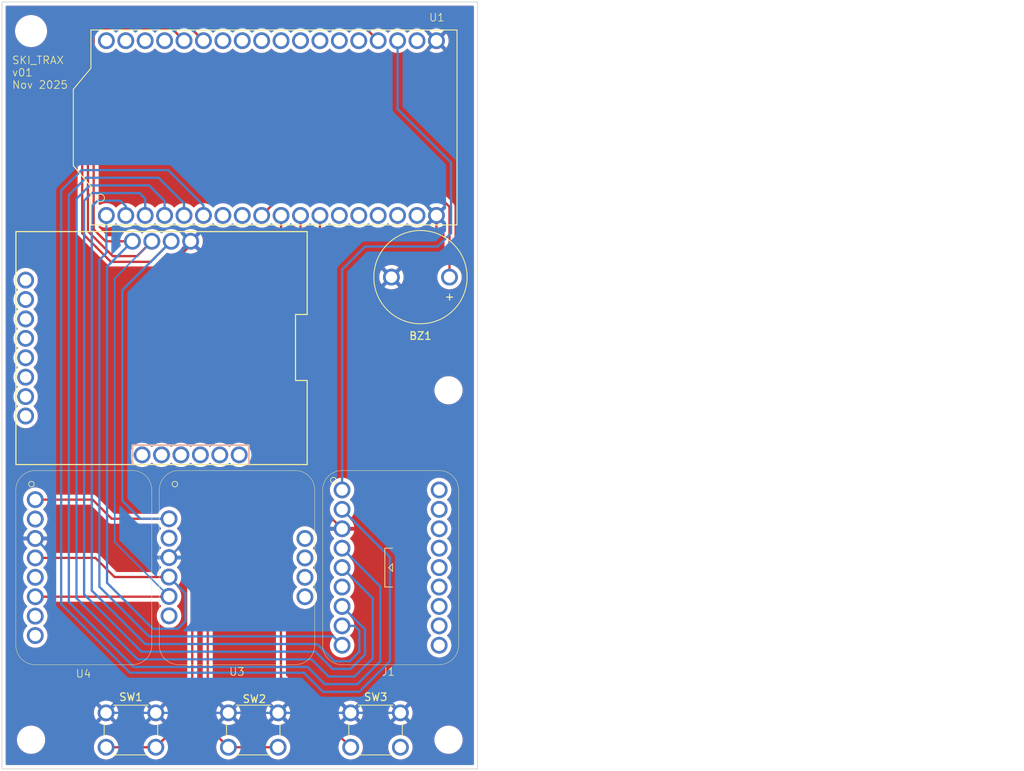
<source format=kicad_pcb>
(kicad_pcb (version 20241229) (generator "pcbnew") (generator_version "9.0")
  (title_block (title "Ski Trax PCB") (date "2025-11-12") (rev "v01") (comment 4 "Author: Andrew McKnight"))
  (layers (0 "F.Cu" signal) (2 "B.Cu" signal) (13 "F.Paste" user) (15 "B.Paste" user) (5 "F.SilkS" user "F.Silkscreen") (7 "B.SilkS" user "B.Silkscreen") (1 "F.Mask" user) (3 "B.Mask" user) (25 "Edge.Cuts" user))
  (net 0 "")
  (net 1 "GND")
  (net 2 "BUZ")
  (net 4 "TFT_RST")
  (net 6 "TFT_LCDCS")
  (net 7 "TFT_DC")
  (net 9 "3V3_2")
  (net 10 "TFT_LITE")
  (net 11 "TFT_CLK")
  (net 19 "TFT_MOSI")
  (net 20 "SW1")
  (net 21 "SW2")
  (net 22 "SW3")
  (net 28 "SDA")
  (net 39 "3V3_1")
  (net 41 "SCL")
  (footprint "ski_trax:Heltec_WiFi_LoRa_32_v3" (layer "F.Cu") (at 56.33 39.78 90)
    (property "Reference" "U1" (at 14.468 21.646 0) (layer "F.SilkS") (effects (font (thickness 0.1))))
    (property "Value" "~")
    (fp_line (start 5.08 -25.91) (end 7.83 -23.61) (stroke (width 0.127)) (layer "F.SilkS"))
    (fp_line (start -4.92 -25.91) (end 5.08 -25.91) (stroke (width 0.127)) (layer "F.SilkS"))
    (fp_line (start 12.83 -23.61) (end 7.83 -23.61) (stroke (width 0.127)) (layer "F.SilkS"))
    (fp_line (start -7.67 -23.61) (end -4.92 -25.91) (stroke (width 0.127)) (layer "F.SilkS"))
    (fp_line (start -7.67 -23.61) (end -12.67 -23.61) (stroke (width 0.127)) (layer "F.SilkS"))
    (fp_line (start -12.67 -23.61) (end -12.67 24.29) (stroke (width 0.127)) (layer "F.SilkS"))
    (fp_line (start 12.83 24.29) (end 12.83 -23.61) (stroke (width 0.127)) (layer "F.SilkS"))
    (fp_line (start -12.67 24.29) (end 12.83 24.29) (stroke (width 0.127)) (layer "F.SilkS"))
    (fp_circle (center -9.144 -22.352) (end -9.144 -21.844) (stroke (width 0.1)) (fill no) (layer "F.SilkS"))
    (pad "1" thru_hole circle (at -11.43 -21.59 90) (size 2.2 2.2) (drill 1.5) (layers "*.Cu" "*.Mask") (net 6 "TFT_LCDCS"))
    (pad "2" thru_hole circle (at -11.43 -19.05 90) (size 2.2 2.2) (drill 1.5) (layers "*.Cu" "*.Mask") (net 4 "TFT_RST"))
    (pad "3" thru_hole circle (at -11.43 -16.51 90) (size 2.2 2.2) (drill 1.5) (layers "*.Cu" "*.Mask") (net 7 "TFT_DC"))
    (pad "4" thru_hole circle (at -11.43 -13.97 90) (size 2.2 2.2) (drill 1.5) (layers "*.Cu" "*.Mask") (net 19 "TFT_MOSI"))
    (pad "5" thru_hole circle (at -11.43 -11.43 90) (size 2.2 2.2) (drill 1.5) (layers "*.Cu" "*.Mask") (net 11 "TFT_CLK"))
    (pad "6" thru_hole circle (at -11.43 -8.89 90) (size 2.2 2.2) (drill 1.5) (layers "*.Cu" "*.Mask") (net 10 "TFT_LITE"))
    (pad "7" thru_hole circle (at -11.43 -6.35 90) (size 2.2 2.2) (drill 1.5) (layers "*.Cu" "*.Mask"))
    (pad "8" thru_hole circle (at -11.43 -3.81 90) (size 2.2 2.2) (drill 1.5) (layers "*.Cu" "*.Mask"))
    (pad "9" thru_hole circle (at -11.43 -1.27 90) (size 2.2 2.2) (drill 1.5) (layers "*.Cu" "*.Mask") (net 2 "BUZ"))
    (pad "10" thru_hole circle (at -11.43 1.27 90) (size 2.2 2.2) (drill 1.5) (layers "*.Cu" "*.Mask") (net 20 "SW1"))
    (pad "11" thru_hole circle (at -11.43 3.81 90) (size 2.2 2.2) (drill 1.5) (layers "*.Cu" "*.Mask") (net 21 "SW2"))
    (pad "12" thru_hole circle (at -11.43 6.35 90) (size 2.2 2.2) (drill 1.5) (layers "*.Cu" "*.Mask") (net 22 "SW3"))
    (pad "13" thru_hole circle (at -11.43 8.89 90) (size 2.2 2.2) (drill 1.5) (layers "*.Cu" "*.Mask"))
    (pad "14" thru_hole circle (at -11.43 11.43 90) (size 2.2 2.2) (drill 1.5) (layers "*.Cu" "*.Mask"))
    (pad "15" thru_hole circle (at -11.43 13.97 90) (size 2.2 2.2) (drill 1.5) (layers "*.Cu" "*.Mask"))
    (pad "16" thru_hole circle (at -11.43 16.51 90) (size 2.2 2.2) (drill 1.5) (layers "*.Cu" "*.Mask"))
    (pad "17" thru_hole circle (at -11.43 19.05 90) (size 2.2 2.2) (drill 1.5) (layers "*.Cu" "*.Mask"))
    (pad "18" thru_hole circle (at -11.43 21.59 90) (size 2.2 2.2) (drill 1.5) (layers "*.Cu" "*.Mask") (net 1 "GND"))
    (pad "19" thru_hole circle (at 11.43 21.59 90) (size 2.2 2.2) (drill 1.5) (layers "*.Cu" "*.Mask") (net 1 "GND"))
    (pad "20" thru_hole circle (at 11.43 19.05 90) (size 2.2 2.2) (drill 1.5) (layers "*.Cu" "*.Mask"))
    (pad "21" thru_hole circle (at 11.43 16.51 90) (size 2.2 2.2) (drill 1.5) (layers "*.Cu" "*.Mask") (net 9 "3V3_2"))
    (pad "22" thru_hole circle (at 11.43 13.97 90) (size 2.2 2.2) (drill 1.5) (layers "*.Cu" "*.Mask") (net 39 "3V3_1"))
    (pad "23" thru_hole circle (at 11.43 11.43 90) (size 2.2 2.2) (drill 1.5) (layers "*.Cu" "*.Mask"))
    (pad "24" thru_hole circle (at 11.43 8.89 90) (size 2.2 2.2) (drill 1.5) (layers "*.Cu" "*.Mask"))
    (pad "25" thru_hole circle (at 11.43 6.35 90) (size 2.2 2.2) (drill 1.5) (layers "*.Cu" "*.Mask"))
    (pad "26" thru_hole circle (at 11.43 3.81 90) (size 2.2 2.2) (drill 1.5) (layers "*.Cu" "*.Mask"))
    (pad "27" thru_hole circle (at 11.43 1.27 90) (size 2.2 2.2) (drill 1.5) (layers "*.Cu" "*.Mask"))
    (pad "28" thru_hole circle (at 11.43 -1.27 90) (size 2.2 2.2) (drill 1.5) (layers "*.Cu" "*.Mask"))
    (pad "29" thru_hole circle (at 11.43 -3.81 90) (size 2.2 2.2) (drill 1.5) (layers "*.Cu" "*.Mask"))
    (pad "30" thru_hole circle (at 11.43 -6.35 90) (size 2.2 2.2) (drill 1.5) (layers "*.Cu" "*.Mask"))
    (pad "31" thru_hole circle (at 11.43 -8.89 90) (size 2.2 2.2) (drill 1.5) (layers "*.Cu" "*.Mask") (net 28 "SDA"))
    (pad "32" thru_hole circle (at 11.43 -11.43 90) (size 2.2 2.2) (drill 1.5) (layers "*.Cu" "*.Mask") (net 41 "SCL"))
    (pad "33" thru_hole circle (at 11.43 -13.97 90) (size 2.2 2.2) (drill 1.5) (layers "*.Cu" "*.Mask"))
    (pad "34" thru_hole circle (at 11.43 -16.51 90) (size 2.2 2.2) (drill 1.5) (layers "*.Cu" "*.Mask"))
    (pad "35" thru_hole circle (at 11.43 -19.05 90) (size 2.2 2.2) (drill 1.5) (layers "*.Cu" "*.Mask"))
    (pad "36" thru_hole circle (at 11.43 -21.59 90) (size 2.2 2.2) (drill 1.5) (layers "*.Cu" "*.Mask"))
  )
  (footprint "MountingHole:MountingHole_3.2mm_M3" (layer "F.Cu") (at 79.5 74.08)
    (property "Reference" "REF**" (hide yes))
    (property "Value" "MountingHole_3.2mm_M3" (hide yes))
    (pad "" np_thru_hole circle (at 0 0) (size 3.2 3.2) (drill 3.2) (layers "*.Cu" "*.Mask"))
  )
  (footprint "ski_trax:Adafruit_BNO055" (layer "F.Cu") (at 51.83 97.28)
    (property "Reference" "U3" (at -0.016 13.63 0) (layer "F.SilkS") (effects (font (thickness 0.1))))
    (property "Value" "~")
    (fp_line (start -10.16 -10.16) (end -10.16 10.16) (stroke (width 0.05)) (layer "F.SilkS"))
    (fp_line (start -7.62 12.7) (end 7.62 12.7) (stroke (width 0.05)) (layer "F.SilkS"))
    (fp_line (start 7.62 -12.7) (end -7.62 -12.7) (stroke (width 0.05)) (layer "F.SilkS"))
    (fp_line (start 10.16 10.16) (end 10.16 -10.16) (stroke (width 0.05)) (layer "F.SilkS"))
    (fp_arc (start -10.16 -10.16) (mid -9.416051 -11.956051) (end -7.62 -12.7) (stroke (width 0.05)) (layer "F.SilkS"))
    (fp_arc (start -7.62 12.7) (mid -9.416051 11.956051) (end -10.16 10.16) (stroke (width 0.05)) (layer "F.SilkS"))
    (fp_arc (start 7.62 -12.7) (mid 9.416051 -11.956051) (end 10.16 -10.16) (stroke (width 0.05)) (layer "F.SilkS"))
    (fp_arc (start 10.16 10.16) (mid 9.416051 11.956051) (end 7.62 12.7) (stroke (width 0.05)) (layer "F.SilkS"))
    (fp_circle (center -8.128 -10.922) (end -8.382 -10.668) (stroke (width 0.1)) (fill no) (layer "F.SilkS"))
    (pad "1" thru_hole circle (at -8.89 -6.39) (size 2.2 2.2) (drill 1.5) (layers "*.Cu" "*.Mask") (net 39 "3V3_1"))
    (pad "2" thru_hole circle (at -8.89 -3.85) (size 2.2 2.2) (drill 1.5) (layers "*.Cu" "*.Mask"))
    (pad "3" thru_hole circle (at -8.89 -1.31) (size 2.2 2.2) (drill 1.5) (layers "*.Cu" "*.Mask") (net 1 "GND"))
    (pad "4" thru_hole circle (at -8.89 1.23) (size 2.2 2.2) (drill 1.5) (layers "*.Cu" "*.Mask") (net 41 "SCL"))
    (pad "5" thru_hole circle (at -8.89 3.77) (size 2.2 2.2) (drill 1.5) (layers "*.Cu" "*.Mask") (net 28 "SDA"))
    (pad "6" thru_hole circle (at -8.89 6.31) (size 2.2 2.2) (drill 1.5) (layers "*.Cu" "*.Mask"))
    (pad "7" thru_hole circle (at 8.89 3.81) (size 2.2 2.2) (drill 1.5) (layers "*.Cu" "*.Mask"))
    (pad "8" thru_hole circle (at 8.89 1.27) (size 2.2 2.2) (drill 1.5) (layers "*.Cu" "*.Mask"))
    (pad "9" thru_hole circle (at 8.89 -1.27) (size 2.2 2.2) (drill 1.5) (layers "*.Cu" "*.Mask"))
    (pad "10" thru_hole circle (at 8.89 -3.81) (size 2.2 2.2) (drill 1.5) (layers "*.Cu" "*.Mask"))
  )
  (footprint "Buzzer_Beeper:Buzzer_12x9.5RM7.6" (layer "F.Cu") (at 79.63 59.28 180)
    (property "Reference" "BZ1" (at 3.8 -7.688 0) (layer "F.SilkS"))
    (property "Value" "Buzzer")
    (fp_circle (center 3.8 0) (end 9.9 0) (stroke (width 0.12)) (fill no) (layer "F.SilkS"))
    (fp_text user "+" (at -0.01 -2.54 0) (layer "F.SilkS"))
    (pad "1" thru_hole circle (at 0 0 180) (size 2.2 2.2) (drill 1.5) (layers "*.Cu" "*.Mask") (net 2 "BUZ"))
    (pad "2" thru_hole circle (at 7.6 0 180) (size 2.2 2.2) (drill 1.5) (layers "*.Cu" "*.Mask") (net 1 "GND"))
  )
  (footprint "ski_trax:Adafruit_BMP390" (layer "F.Cu") (at 31.83 97.28)
    (property "Reference" "U4" (at -0.082 13.884 0) (layer "F.SilkS") (effects (font (thickness 0.1))))
    (property "Value" "~")
    (fp_line (start -8.93 -10.16) (end -8.93 10.16) (stroke (width 0.05)) (layer "F.SilkS"))
    (fp_line (start -6.39 12.7) (end 6.31 12.7) (stroke (width 0.05)) (layer "F.SilkS"))
    (fp_line (start 6.31 -12.7) (end -6.39 -12.7) (stroke (width 0.05)) (layer "F.SilkS"))
    (fp_line (start 8.85 10.16) (end 8.85 -10.16) (stroke (width 0.05)) (layer "F.SilkS"))
    (fp_arc (start -8.93 -10.16) (mid -8.186051 -11.956051) (end -6.39 -12.7) (stroke (width 0.05)) (layer "F.SilkS"))
    (fp_arc (start -6.39 12.7) (mid -8.186051 11.956051) (end -8.93 10.16) (stroke (width 0.05)) (layer "F.SilkS"))
    (fp_arc (start 6.31 -12.7) (mid 8.106051 -11.956051) (end 8.85 -10.16) (stroke (width 0.05)) (layer "F.SilkS"))
    (fp_arc (start 8.85 10.16) (mid 8.106051 11.956051) (end 6.31 12.7) (stroke (width 0.05)) (layer "F.SilkS"))
    (fp_circle (center -6.898 -10.922) (end -7.152 -10.668) (stroke (width 0.1)) (fill no) (layer "F.SilkS"))
    (pad "1" thru_hole circle (at -6.39 -8.89) (size 2.2 2.2) (drill 1.5) (layers "*.Cu" "*.Mask") (net 39 "3V3_1"))
    (pad "2" thru_hole circle (at -6.39 -6.35) (size 2.2 2.2) (drill 1.5) (layers "*.Cu" "*.Mask"))
    (pad "3" thru_hole circle (at -6.39 -3.81) (size 2.2 2.2) (drill 1.5) (layers "*.Cu" "*.Mask") (net 1 "GND"))
    (pad "4" thru_hole circle (at -6.39 -1.27) (size 2.2 2.2) (drill 1.5) (layers "*.Cu" "*.Mask") (net 41 "SCL"))
    (pad "5" thru_hole circle (at -6.39 1.27) (size 2.2 2.2) (drill 1.5) (layers "*.Cu" "*.Mask"))
    (pad "6" thru_hole circle (at -6.39 3.81) (size 2.2 2.2) (drill 1.5) (layers "*.Cu" "*.Mask") (net 28 "SDA"))
    (pad "7" thru_hole circle (at -6.39 6.35) (size 2.2 2.2) (drill 1.5) (layers "*.Cu" "*.Mask"))
    (pad "8" thru_hole circle (at -6.39 8.89) (size 2.2 2.2) (drill 1.5) (layers "*.Cu" "*.Mask"))
  )
  (footprint "Button_Switch_THT:SW_PUSH_6mm" (layer "F.Cu") (at 41.205 120.78 180)
    (property "Reference" "SW1" (at 3.252 6.568 0) (layer "F.SilkS"))
    (property "Value" "SW_Push")
    (fp_line (start 6.75 3) (end 6.75 1.5) (stroke (width 0.12)) (layer "F.SilkS"))
    (fp_line (start 5.5 -1) (end 1 -1) (stroke (width 0.12)) (layer "F.SilkS"))
    (fp_line (start 1 5.5) (end 5.5 5.5) (stroke (width 0.12)) (layer "F.SilkS"))
    (fp_line (start -0.25 1.5) (end -0.25 3) (stroke (width 0.12)) (layer "F.SilkS"))
    (pad "1" thru_hole circle (at 0 0 270) (size 2.2 2.2) (drill 1.5) (layers "*.Cu" "*.Mask") (net 20 "SW1"))
    (pad "1" thru_hole circle (at 6.5 0 270) (size 2.2 2.2) (drill 1.5) (layers "*.Cu" "*.Mask") (net 20 "SW1"))
    (pad "2" thru_hole circle (at 0 4.5 270) (size 2.2 2.2) (drill 1.5) (layers "*.Cu" "*.Mask") (net 1 "GND"))
    (pad "2" thru_hole circle (at 6.5 4.5 270) (size 2.2 2.2) (drill 1.5) (layers "*.Cu" "*.Mask") (net 1 "GND"))
  )
  (footprint "MountingHole:MountingHole_3.2mm_M3" (layer "F.Cu") (at 79.5 119.8)
    (property "Reference" "REF**" (hide yes))
    (property "Value" "MountingHole_3.2mm_M3" (hide yes))
    (pad "" np_thru_hole circle (at 0 0) (size 3.2 3.2) (drill 3.2) (layers "*.Cu" "*.Mask"))
  )
  (footprint "Button_Switch_THT:SW_PUSH_6mm" (layer "F.Cu") (at 73.205 120.78 180)
    (property "Reference" "SW3" (at 3.228 6.568 0) (layer "F.SilkS"))
    (property "Value" "SW_Push")
    (fp_line (start 6.75 3) (end 6.75 1.5) (stroke (width 0.12)) (layer "F.SilkS"))
    (fp_line (start 5.5 -1) (end 1 -1) (stroke (width 0.12)) (layer "F.SilkS"))
    (fp_line (start 1 5.5) (end 5.5 5.5) (stroke (width 0.12)) (layer "F.SilkS"))
    (fp_line (start -0.25 1.5) (end -0.25 3) (stroke (width 0.12)) (layer "F.SilkS"))
    (pad "1" thru_hole circle (at 0 0 270) (size 2.2 2.2) (drill 1.5) (layers "*.Cu" "*.Mask") (net 22 "SW3"))
    (pad "1" thru_hole circle (at 6.5 0 270) (size 2.2 2.2) (drill 1.5) (layers "*.Cu" "*.Mask") (net 22 "SW3"))
    (pad "2" thru_hole circle (at 0 4.5 270) (size 2.2 2.2) (drill 1.5) (layers "*.Cu" "*.Mask") (net 1 "GND"))
    (pad "2" thru_hole circle (at 6.5 4.5 270) (size 2.2 2.2) (drill 1.5) (layers "*.Cu" "*.Mask") (net 1 "GND"))
  )
  (footprint "ski_trax:sparkfun_max_m10s_breakout" (layer "F.Cu") (at 22.83295 53.2438)
    (property "Reference" "U2" (hide yes))
    (property "Value" "~" (hide yes))
    (fp_line (start 0.0762 0.0762) (end 38.1762 0.0762) (stroke (width 0.1524)) (layer "F.SilkS"))
    (fp_line (start 0.0762 30.5562) (end 0.0762 0.0762) (stroke (width 0.1524)) (layer "F.SilkS"))
    (fp_line (start 15.3162 28.0162) (end 30.5562 28.0162) (stroke (width 0.2032)) (layer "F.SilkS"))
    (fp_line (start 15.3162 30.5562) (end 15.3162 28.0162) (stroke (width 0.2032)) (layer "F.SilkS"))
    (fp_line (start 30.5562 28.0162) (end 30.5562 30.5562) (stroke (width 0.2032)) (layer "F.SilkS"))
    (fp_line (start 36.6522 10.922) (end 36.6522 19.558) (stroke (width 0.1524)) (layer "F.SilkS"))
    (fp_line (start 36.6522 19.558) (end 38.1762 19.558) (stroke (width 0.1524)) (layer "F.SilkS"))
    (fp_line (start 38.1762 10.922) (end 36.6522 10.922) (stroke (width 0.1524)) (layer "F.SilkS"))
    (fp_line (start 38.1762 10.922) (end 38.1762 0.0762) (stroke (width 0.1524)) (layer "F.SilkS"))
    (fp_line (start 38.1762 30.5562) (end 0.0762 30.5562) (stroke (width 0.1524)) (layer "F.SilkS"))
    (fp_line (start 38.1762 30.5562) (end 38.1762 19.6342) (stroke (width 0.1524)) (layer "F.SilkS"))
    (fp_line (start 15.3162 28.0162) (end 30.5562 28.0162) (stroke (width 0.2032)) (layer "B.SilkS"))
    (fp_line (start 15.3162 30.5562) (end 15.3162 28.0162) (stroke (width 0.2032)) (layer "B.SilkS"))
    (fp_line (start 30.5562 28.0162) (end 30.5562 30.5562) (stroke (width 0.2032)) (layer "B.SilkS"))
    (pad "1" thru_hole circle (at 1.3462 6.4262) (size 2.2 2.2) (drill 1.5) (layers "*.Cu" "*.Mask"))
    (pad "2" thru_hole circle (at 1.3462 8.9662) (size 2.2 2.2) (drill 1.5) (layers "*.Cu" "*.Mask"))
    (pad "3" thru_hole circle (at 1.3462 11.5062) (size 2.2 2.2) (drill 1.5) (layers "*.Cu" "*.Mask"))
    (pad "4" thru_hole circle (at 1.3462 14.0462) (size 2.2 2.2) (drill 1.5) (layers "*.Cu" "*.Mask"))
    (pad "5" thru_hole circle (at 1.3462 16.5862) (size 2.2 2.2) (drill 1.5) (layers "*.Cu" "*.Mask"))
    (pad "6" thru_hole circle (at 1.3462 19.1262) (size 2.2 2.2) (drill 1.5) (layers "*.Cu" "*.Mask"))
    (pad "7" thru_hole circle (at 1.3462 21.6662) (size 2.2 2.2) (drill 1.5) (layers "*.Cu" "*.Mask"))
    (pad "8" thru_hole circle (at 1.3462 24.2062) (size 2.2 2.2) (drill 1.5) (layers "*.Cu" "*.Mask"))
    (pad "9" thru_hole circle (at 16.5862 29.2862) (size 2.2 2.2) (drill 1.5) (layers "*.Cu" "*.Mask"))
    (pad "10" thru_hole circle (at 19.1262 29.2862) (size 2.2 2.2) (drill 1.5) (layers "*.Cu" "*.Mask"))
    (pad "11" thru_hole circle (at 21.6662 29.2862) (size 2.2 2.2) (drill 1.5) (layers "*.Cu" "*.Mask"))
    (pad "12" thru_hole circle (at 24.2062 29.2862) (size 2.2 2.2) (drill 1.5) (layers "*.Cu" "*.Mask"))
    (pad "13" thru_hole circle (at 26.7462 29.2862) (size 2.2 2.2) (drill 1.5) (layers "*.Cu" "*.Mask"))
    (pad "14" thru_hole circle (at 29.2862 29.2862) (size 2.2 2.2) (drill 1.5) (layers "*.Cu" "*.Mask"))
    (pad "15" thru_hole circle (at 22.9362 1.3462) (size 2.2 2.2) (drill 1.5) (layers "*.Cu" "*.Mask") (net 1 "GND"))
    (pad "16" thru_hole circle (at 20.3962 1.3462) (size 2.2 2.2) (drill 1.5) (layers "*.Cu" "*.Mask") (net 39 "3V3_1"))
    (pad "17" thru_hole circle (at 17.8562 1.3462) (size 2.2 2.2) (drill 1.5) (layers "*.Cu" "*.Mask") (net 28 "SDA"))
    (pad "18" thru_hole circle (at 15.3162 1.3462) (size 2.2 2.2) (drill 1.5) (layers "*.Cu" "*.Mask") (net 41 "SCL"))
  )
  (footprint "ski_trax:Adafruit_EYESPI_Breakout" (layer "F.Cu") (at 71.676 97.28)
    (property "Reference" "J1" (at -0.05 13.63 0) (layer "F.SilkS") (effects (font (thickness 0.1))))
    (property "Value" "~")
    (fp_line (start -8.636 -10.16) (end -8.636 10.16) (stroke (width 0.05)) (layer "F.SilkS"))
    (fp_line (start -6.096 12.7) (end 6.604 12.7) (stroke (width 0.05)) (layer "F.SilkS"))
    (fp_line (start -0.508 -2.54) (end -0.508 2.54) (stroke (width 0.1)) (layer "F.SilkS"))
    (fp_line (start -0.508 2.54) (end 0.508 2.54) (stroke (width 0.1)) (layer "F.SilkS"))
    (fp_line (start 0 0) (end 0.508 -0.508) (stroke (width 0.1)) (layer "F.SilkS"))
    (fp_line (start 0.508 -2.54) (end -0.508 -2.54) (stroke (width 0.1)) (layer "F.SilkS"))
    (fp_line (start 0.508 -0.508) (end 0.508 0.508) (stroke (width 0.1)) (layer "F.SilkS"))
    (fp_line (start 0.508 0.508) (end 0 0) (stroke (width 0.1)) (layer "F.SilkS"))
    (fp_line (start 6.604 -12.7) (end -6.096 -12.7) (stroke (width 0.05)) (layer "F.SilkS"))
    (fp_line (start 9.144 10.16) (end 9.144 -10.16) (stroke (width 0.05)) (layer "F.SilkS"))
    (fp_arc (start -8.636 -10.16) (mid -7.892051 -11.956051) (end -6.096 -12.7) (stroke (width 0.05)) (layer "F.SilkS"))
    (fp_arc (start -6.096 12.7) (mid -7.892051 11.956051) (end -8.636 10.16) (stroke (width 0.05)) (layer "F.SilkS"))
    (fp_arc (start 6.604 -12.7) (mid 8.400051 -11.956051) (end 9.144 -10.16) (stroke (width 0.05)) (layer "F.SilkS"))
    (fp_arc (start 9.144 10.16) (mid 8.400051 11.956051) (end 6.604 12.7) (stroke (width 0.05)) (layer "F.SilkS"))
    (fp_circle (center -7.230193 -11.43) (end -6.976193 -11.157949) (stroke (width 0.1)) (fill no) (layer "F.SilkS"))
    (pad "1" thru_hole circle (at -6.096 -10.16) (size 2.2 2.2) (drill 1.5) (layers "*.Cu" "*.Mask") (net 9 "3V3_2"))
    (pad "2" thru_hole circle (at -6.096 -7.62) (size 2.2 2.2) (drill 1.5) (layers "*.Cu" "*.Mask") (net 10 "TFT_LITE"))
    (pad "3" thru_hole circle (at -6.096 -5.08) (size 2.2 2.2) (drill 1.5) (layers "*.Cu" "*.Mask") (net 1 "GND"))
    (pad "4" thru_hole circle (at -6.096 -2.54) (size 2.2 2.2) (drill 1.5) (layers "*.Cu" "*.Mask") (net 11 "TFT_CLK"))
    (pad "5" thru_hole circle (at -6.096 0) (size 2.2 2.2) (drill 1.5) (layers "*.Cu" "*.Mask") (net 19 "TFT_MOSI"))
    (pad "6" thru_hole circle (at -6.096 2.54) (size 2.2 2.2) (drill 1.5) (layers "*.Cu" "*.Mask"))
    (pad "7" thru_hole circle (at -6.096 5.08) (size 2.2 2.2) (drill 1.5) (layers "*.Cu" "*.Mask") (net 7 "TFT_DC"))
    (pad "8" thru_hole circle (at -6.096 7.62) (size 2.2 2.2) (drill 1.5) (layers "*.Cu" "*.Mask") (net 4 "TFT_RST"))
    (pad "9" thru_hole circle (at -6.096 10.16) (size 2.2 2.2) (drill 1.5) (layers "*.Cu" "*.Mask") (net 6 "TFT_LCDCS"))
    (pad "10" thru_hole circle (at 6.604 10.16) (size 2.2 2.2) (drill 1.5) (layers "*.Cu" "*.Mask"))
    (pad "11" thru_hole circle (at 6.604 7.62) (size 2.2 2.2) (drill 1.5) (layers "*.Cu" "*.Mask"))
    (pad "12" thru_hole circle (at 6.604 5.08) (size 2.2 2.2) (drill 1.5) (layers "*.Cu" "*.Mask"))
    (pad "13" thru_hole circle (at 6.604 2.54) (size 2.2 2.2) (drill 1.5) (layers "*.Cu" "*.Mask"))
    (pad "14" thru_hole circle (at 6.604 0) (size 2.2 2.2) (drill 1.5) (layers "*.Cu" "*.Mask"))
    (pad "15" thru_hole circle (at 6.604 -2.54) (size 2.2 2.2) (drill 1.5) (layers "*.Cu" "*.Mask"))
    (pad "16" thru_hole circle (at 6.604 -5.08) (size 2.2 2.2) (drill 1.5) (layers "*.Cu" "*.Mask"))
    (pad "17" thru_hole circle (at 6.604 -7.62) (size 2.2 2.2) (drill 1.5) (layers "*.Cu" "*.Mask"))
    (pad "18" thru_hole circle (at 6.604 -10.16) (size 2.2 2.2) (drill 1.5) (layers "*.Cu" "*.Mask"))
  )
  (footprint "MountingHole:MountingHole_3.2mm_M3" (layer "F.Cu") (at 24.89 119.8)
    (property "Reference" "REF**" (hide yes))
    (property "Value" "MountingHole_3.2mm_M3" (hide yes))
    (pad "" np_thru_hole circle (at 0 0) (size 3.2 3.2) (drill 3.2) (layers "*.Cu" "*.Mask"))
  )
  (footprint "Button_Switch_THT:SW_PUSH_6mm" (layer "F.Cu") (at 57.205 120.78 180)
    (property "Reference" "SW2" (at 3.105 6.314 0) (layer "F.SilkS"))
    (property "Value" "SW_Push")
    (fp_line (start 6.75 3) (end 6.75 1.5) (stroke (width 0.12)) (layer "F.SilkS"))
    (fp_line (start 5.5 -1) (end 1 -1) (stroke (width 0.12)) (layer "F.SilkS"))
    (fp_line (start 1 5.5) (end 5.5 5.5) (stroke (width 0.12)) (layer "F.SilkS"))
    (fp_line (start -0.25 1.5) (end -0.25 3) (stroke (width 0.12)) (layer "F.SilkS"))
    (pad "1" thru_hole circle (at 0 0 270) (size 2.2 2.2) (drill 1.5) (layers "*.Cu" "*.Mask") (net 21 "SW2"))
    (pad "1" thru_hole circle (at 6.5 0 270) (size 2.2 2.2) (drill 1.5) (layers "*.Cu" "*.Mask") (net 21 "SW2"))
    (pad "2" thru_hole circle (at 0 4.5 270) (size 2.2 2.2) (drill 1.5) (layers "*.Cu" "*.Mask") (net 1 "GND"))
    (pad "2" thru_hole circle (at 6.5 4.5 270) (size 2.2 2.2) (drill 1.5) (layers "*.Cu" "*.Mask") (net 1 "GND"))
  )
  (footprint "MountingHole:MountingHole_3.7mm" (layer "F.Cu") (at 24.89 27.09)
    (property "Reference" "REF**" (hide yes))
    (property "Value" "MountingHole_3.7mm" (hide yes))
    (pad "" np_thru_hole circle (at 0 0) (size 3.7 3.7) (drill 3.7) (layers "*.Cu" "*.Mask"))
  )
  (gr_line (start 21.08 23.28) (end 21.08 123.61) (stroke (width 0.1)) (layer "Edge.Cuts"))
  (gr_line (start 83.31 23.28) (end 21.08 23.28) (stroke (width 0.1)) (layer "Edge.Cuts"))
  (gr_line (start 21.08 123.61) (end 83.31 123.61) (stroke (width 0.1)) (layer "Edge.Cuts"))
  (gr_line (start 83.31 123.61) (end 83.31 23.28) (stroke (width 0.1)) (layer "Edge.Cuts"))
  (gr_text "SKI_TRAX\nv01\nNov 2025" (at 22.35 34.71 0) (layer "F.SilkS") (effects (font (size 1 1) (thickness 0.1)) (justify left bottom)))
  (segment (start 25.44 93.47) (end 32.77 93.47) (width 0.3) (layer "F.Cu") (net 1))
  (segment (start 72.03 59.28) (end 68.58 62.73) (width 0.3) (layer "F.Cu") (net 1))
  (segment (start 30.83 25.78) (end 30.83 53.78) (width 0.3) (layer "F.Cu") (net 1))
  (segment (start 77.92 28.35) (end 74.1 24.53) (width 0.3) (layer "F.Cu") (net 1))
  (segment (start 72.03 59.28) (end 77.92 53.39) (width 0.3) (layer "F.Cu") (net 1))
  (segment (start 32.08 24.53) (end 30.83 25.78) (width 0.3) (layer "F.Cu") (net 1))
  (segment (start 77.92 53.39) (end 77.92 51.21) (width 0.3) (layer "F.Cu") (net 1))
  (segment (start 68.58 62.73) (end 68.58 81.28) (width 0.3) (layer "F.Cu") (net 1))
  (segment (start 32.77 93.47) (end 35.27 95.97) (width 0.3) (layer "F.Cu") (net 1))
  (segment (start 63.33 86.53) (end 63.33 89.95) (width 0.3) (layer "F.Cu") (net 1))
  (segment (start 74.1 24.53) (end 32.08 24.53) (width 0.3) (layer "F.Cu") (net 1))
  (segment (start 42.83 58.03) (end 45.76915 55.09085) (width 0.3) (layer "F.Cu") (net 1))
  (segment (start 35.08 58.03) (end 42.83 58.03) (width 0.3) (layer "F.Cu") (net 1))
  (segment (start 45.76915 55.09085) (end 45.76915 54.59) (width 0.3) (layer "F.Cu") (net 1))
  (segment (start 68.58 81.28) (end 63.33 86.53) (width 0.3) (layer "F.Cu") (net 1))
  (segment (start 30.83 53.78) (end 35.08 58.03) (width 0.3) (layer "F.Cu") (net 1))
  (segment (start 63.33 89.95) (end 65.58 92.2) (width 0.3) (layer "F.Cu") (net 1))
  (segment (start 35.27 95.97) (end 42.94 95.97) (width 0.3) (layer "F.Cu") (net 1))
  (segment (start 41.205 116.28) (end 50.705 116.28) (width 0.3) (layer "B.Cu") (net 1))
  (segment (start 43.83 89.03) (end 39.08 89.03) (width 0.3) (layer "B.Cu") (net 1))
  (segment (start 44.83 90.03) (end 43.83 89.03) (width 0.3) (layer "B.Cu") (net 1))
  (segment (start 37.83 87.78) (end 37.83 62.52915) (width 0.3) (layer "B.Cu") (net 1))
  (segment (start 57.205 116.28) (end 66.705 116.28) (width 0.3) (layer "B.Cu") (net 1))
  (segment (start 39.08 89.03) (end 37.83 87.78) (width 0.3) (layer "B.Cu") (net 1))
  (segment (start 73.205 116.28) (end 66.705 116.28) (width 0.3) (layer "B.Cu") (net 1))
  (segment (start 34.705 116.28) (end 27.83 109.405) (width 0.3) (layer "B.Cu") (net 1))
  (segment (start 42.94 95.97) (end 44.83 94.08) (width 0.3) (layer "B.Cu") (net 1))
  (segment (start 34.705 116.28) (end 41.205 116.28) (width 0.3) (layer "B.Cu") (net 1))
  (segment (start 25.44 93.47) (end 27.83 95.86) (width 0.3) (layer "B.Cu") (net 1))
  (segment (start 44.83 94.08) (end 44.83 90.03) (width 0.3) (layer "B.Cu") (net 1))
  (segment (start 50.705 116.28) (end 57.205 116.28) (width 0.3) (layer "B.Cu") (net 1))
  (segment (start 37.83 62.52915) (end 45.76915 54.59) (width 0.3) (layer "B.Cu") (net 1))
  (segment (start 27.83 95.86) (end 27.83 109.405) (width 0.3) (layer "B.Cu") (net 1))
  (segment (start 79.63 59.28) (end 79.63 50.08) (width 0.3) (layer "F.Cu") (net 2))
  (segment (start 56.99 49.28) (end 55.06 51.21) (width 0.3) (layer "F.Cu") (net 2))
  (segment (start 78.83 49.28) (end 56.99 49.28) (width 0.3) (layer "F.Cu") (net 2))
  (segment (start 79.63 50.08) (end 78.83 49.28) (width 0.3) (layer "F.Cu") (net 2))
  (segment (start 33.58 49.28) (end 36.58 49.28) (width 0.3) (layer "B.Cu") (net 4))
  (segment (start 32.83 50.03) (end 32.83 100.28) (width 0.3) (layer "B.Cu") (net 4))
  (segment (start 37.28 51.21) (end 37.28 49.98) (width 0.3) (layer "B.Cu") (net 4))
  (segment (start 37.28 49.98) (end 36.58 49.28) (width 0.3) (layer "B.Cu") (net 4))
  (segment (start 32.83 100.28) (end 39.83 107.28) (width 0.3) (layer "B.Cu") (net 4))
  (segment (start 64.58 109.53) (end 66.58 109.53) (width 0.3) (layer "B.Cu") (net 4))
  (segment (start 39.83 107.28) (end 62.33 107.28) (width 0.3) (layer "B.Cu") (net 4))
  (segment (start 65.71 105.03) (end 65.58 104.9) (width 0.3) (layer "B.Cu") (net 4))
  (segment (start 67.2 104.9) (end 65.58 104.9) (width 0.3) (layer "B.Cu") (net 4))
  (segment (start 67.83 105.53) (end 67.2 104.9) (width 0.3) (layer "B.Cu") (net 4))
  (segment (start 66.58 109.53) (end 67.83 108.28) (width 0.3) (layer "B.Cu") (net 4))
  (segment (start 62.33 107.28) (end 64.58 109.53) (width 0.3) (layer "B.Cu") (net 4))
  (segment (start 32.83 50.03) (end 33.58 49.28) (width 0.3) (layer "B.Cu") (net 4))
  (segment (start 67.83 108.28) (end 67.83 105.53) (width 0.3) (layer "B.Cu") (net 4))
  (segment (start 33.83 99.78) (end 40.33 106.28) (width 0.3) (layer "B.Cu") (net 6))
  (segment (start 34.74 56.12) (end 33.83 57.03) (width 0.3) (layer "B.Cu") (net 6))
  (segment (start 34.74 51.21) (end 34.74 56.12) (width 0.3) (layer "B.Cu") (net 6))
  (segment (start 40.33 106.28) (end 64.42 106.28) (width 0.3) (layer "B.Cu") (net 6))
  (segment (start 33.83 57.03) (end 33.83 99.78) (width 0.3) (layer "B.Cu") (net 6))
  (segment (start 64.42 106.28) (end 65.58 107.44) (width 0.3) (layer "B.Cu") (net 6))
  (segment (start 31.83 49.28) (end 31.83 100.78) (width 0.3) (layer "B.Cu") (net 7))
  (segment (start 64.33 110.53) (end 66.705 110.53) (width 0.3) (layer "B.Cu") (net 7))
  (segment (start 39.08 48.28) (end 32.83 48.28) (width 0.3) (layer "B.Cu") (net 7))
  (segment (start 62.08 108.28) (end 64.33 110.53) (width 0.3) (layer "B.Cu") (net 7))
  (segment (start 39.33 108.28) (end 62.08 108.28) (width 0.3) (layer "B.Cu") (net 7))
  (segment (start 32.83 48.28) (end 31.83 49.28) (width 0.3) (layer "B.Cu") (net 7))
  (segment (start 39.82 51.21) (end 39.82 49.02) (width 0.3) (layer "B.Cu") (net 7))
  (segment (start 39.82 49.02) (end 39.08 48.28) (width 0.3) (layer "B.Cu") (net 7))
  (segment (start 68.58 105.36) (end 65.58 102.36) (width 0.3) (layer "B.Cu") (net 7))
  (segment (start 68.58 108.655) (end 68.58 105.36) (width 0.3) (layer "B.Cu") (net 7))
  (segment (start 31.83 100.78) (end 39.33 108.28) (width 0.3) (layer "B.Cu") (net 7))
  (segment (start 66.705 110.53) (end 68.58 108.655) (width 0.3) (layer "B.Cu") (net 7))
  (segment (start 65.984 86.626) (end 65.984 87.12) (width 0.2) (layer "F.Cu") (net 9))
  (segment (start 72.84 37.27) (end 72.84 28.35) (width 0.3) (layer "B.Cu") (net 9))
  (segment (start 79.83 44.28) (end 72.83 37.28) (width 0.3) (layer "B.Cu") (net 9))
  (segment (start 65.58 58.28) (end 68.58 55.28) (width 0.3) (layer "B.Cu") (net 9))
  (segment (start 68.58 55.28) (end 78.08 55.28) (width 0.3) (layer "B.Cu") (net 9))
  (segment (start 79.83 53.53) (end 79.83 44.28) (width 0.3) (layer "B.Cu") (net 9))
  (segment (start 65.58 87.12) (end 65.58 58.28) (width 0.3) (layer "B.Cu") (net 9))
  (segment (start 72.83 37.28) (end 72.84 37.27) (width 0.3) (layer "B.Cu") (net 9))
  (segment (start 78.08 55.28) (end 79.83 53.53) (width 0.3) (layer "B.Cu") (net 9))
  (segment (start 42.83 45.28) (end 31.495 45.28) (width 0.3) (layer "B.Cu") (net 10))
  (segment (start 60.58 111.03) (end 63.08 113.53) (width 0.3) (layer "B.Cu") (net 10))
  (segment (start 37.83 111.03) (end 60.58 111.03) (width 0.3) (layer "B.Cu") (net 10))
  (segment (start 71.83 109.53) (end 71.83 95.91) (width 0.3) (layer "B.Cu") (net 10))
  (segment (start 67.83 113.53) (end 71.83 109.53) (width 0.3) (layer "B.Cu") (net 10))
  (segment (start 63.08 113.53) (end 67.83 113.53) (width 0.3) (layer "B.Cu") (net 10))
  (segment (start 47.44 49.89) (end 42.83 45.28) (width 0.3) (layer "B.Cu") (net 10))
  (segment (start 28.83 102.03) (end 37.83 111.03) (width 0.3) (layer "B.Cu") (net 10))
  (segment (start 31.495 45.28) (end 28.83 47.945) (width 0.3) (layer "B.Cu") (net 10))
  (segment (start 71.83 95.91) (end 65.58 89.66) (width 0.3) (layer "B.Cu") (net 10))
  (segment (start 47.44 51.21) (end 47.44 49.89) (width 0.3) (layer "B.Cu") (net 10))
  (segment (start 28.83 47.945) (end 28.83 102.03) (width 0.3) (layer "B.Cu") (net 10))
  (segment (start 32.08 46.28) (end 41.58 46.28) (width 0.3) (layer "B.Cu") (net 11))
  (segment (start 41.58 46.28) (end 44.9 49.6) (width 0.3) (layer "B.Cu") (net 11))
  (segment (start 67.58 112.53) (end 63.33 112.53) (width 0.3) (layer "B.Cu") (net 11))
  (segment (start 70.58 109.53) (end 67.58 112.53) (width 0.3) (layer "B.Cu") (net 11))
  (segment (start 38.33 110.28) (end 29.83 101.78) (width 0.3) (layer "B.Cu") (net 11))
  (segment (start 61.08 110.28) (end 38.33 110.28) (width 0.3) (layer "B.Cu") (net 11))
  (segment (start 65.58 94.74) (end 70.58 99.74) (width 0.3) (layer "B.Cu") (net 11))
  (segment (start 70.58 99.74) (end 70.58 109.53) (width 0.3) (layer "B.Cu") (net 11))
  (segment (start 29.83 101.78) (end 29.83 48.53) (width 0.3) (layer "B.Cu") (net 11))
  (segment (start 63.33 112.53) (end 61.08 110.28) (width 0.3) (layer "B.Cu") (net 11))
  (segment (start 29.83 48.53) (end 32.08 46.28) (width 0.3) (layer "B.Cu") (net 11))
  (segment (start 44.9 49.6) (end 44.9 51.21) (width 0.3) (layer "B.Cu") (net 11))
  (segment (start 69.58 101.28) (end 65.58 97.28) (width 0.3) (layer "B.Cu") (net 19))
  (segment (start 32.58 47.28) (end 30.83 49.03) (width 0.3) (layer "B.Cu") (net 19))
  (segment (start 30.83 101.28) (end 38.83 109.28) (width 0.3) (layer "B.Cu") (net 19))
  (segment (start 67.205 111.53) (end 69.58 109.155) (width 0.3) (layer "B.Cu") (net 19))
  (segment (start 30.83 49.03) (end 30.83 101.28) (width 0.3) (layer "B.Cu") (net 19))
  (segment (start 63.83 111.53) (end 67.205 111.53) (width 0.3) (layer "B.Cu") (net 19))
  (segment (start 42.36 51.21) (end 42.36 49.31) (width 0.3) (layer "B.Cu") (net 19))
  (segment (start 40.33 47.28) (end 32.58 47.28) (width 0.3) (layer "B.Cu") (net 19))
  (segment (start 69.58 109.155) (end 69.58 101.28) (width 0.3) (layer "B.Cu") (net 19))
  (segment (start 61.58 109.28) (end 63.83 111.53) (width 0.3) (layer "B.Cu") (net 19))
  (segment (start 38.83 109.28) (end 61.58 109.28) (width 0.3) (layer "B.Cu") (net 19))
  (segment (start 42.36 49.31) (end 40.33 47.28) (width 0.3) (layer "B.Cu") (net 19))
  (segment (start 41.205 120.78) (end 34.705 120.78) (width 0.3) (layer "F.Cu") (net 20))
  (segment (start 45.972 116.013) (end 45.972 92.638) (width 0.3) (layer "F.Cu") (net 20))
  (segment (start 41.205 120.78) (end 45.972 116.013) (width 0.3) (layer "F.Cu") (net 20))
  (segment (start 57.6 81.01) (end 57.6 51.21) (width 0.3) (layer "F.Cu") (net 20))
  (segment (start 45.972 92.638) (end 57.6 81.01) (width 0.3) (layer "F.Cu") (net 20))
  (segment (start 48.004 93.856) (end 60.14 81.72) (width 0.3) (layer "F.Cu") (net 21))
  (segment (start 50.705 120.78) (end 48.004 118.079) (width 0.3) (layer "F.Cu") (net 21))
  (segment (start 50.705 120.78) (end 57.205 120.78) (width 0.3) (layer "F.Cu") (net 21))
  (segment (start 60.14 81.72) (end 60.14 51.21) (width 0.3) (layer "F.Cu") (net 21))
  (segment (start 48.004 118.079) (end 48.004 93.856) (width 0.3) (layer "F.Cu") (net 21))
  (segment (start 62.68 51.21) (end 62.68 82.93) (width 0.3) (layer "F.Cu") (net 22))
  (segment (start 57.58 111.655) (end 66.705 120.78) (width 0.3) (layer "F.Cu") (net 22))
  (segment (start 62.68 82.93) (end 57.58 88.03) (width 0.3) (layer "F.Cu") (net 22))
  (segment (start 57.58 88.03) (end 57.58 111.655) (width 0.3) (layer "F.Cu") (net 22))
  (segment (start 38.74915 56.53) (end 40.68915 54.59) (width 0.3) (layer "F.Cu") (net 28))
  (segment (start 25.44 101.09) (end 42.9 101.09) (width 0.3) (layer "F.Cu") (net 28))
  (segment (start 35.58 56.53) (end 38.74915 56.53) (width 0.3) (layer "F.Cu") (net 28))
  (segment (start 32.33 53.28) (end 35.58 56.53) (width 0.3) (layer "F.Cu") (net 28))
  (segment (start 42.9 101.09) (end 42.94 101.05) (width 0.2) (layer "F.Cu") (net 28))
  (segment (start 33.08 26.03) (end 32.33 26.78) (width 0.3) (layer "F.Cu") (net 28))
  (segment (start 47.44 28.35) (end 45.12 26.03) (width 0.3) (layer "F.Cu") (net 28))
  (segment (start 32.33 26.78) (end 32.33 53.28) (width 0.3) (layer "F.Cu") (net 28))
  (segment (start 45.12 26.03) (end 33.08 26.03) (width 0.3) (layer "F.Cu") (net 28))
  (segment (start 35.83 59.44915) (end 40.68915 54.59) (width 0.2) (layer "B.Cu") (net 28))
  (segment (start 42.94 101.05) (end 35.83 93.94) (width 0.2) (layer "B.Cu") (net 28))
  (segment (start 35.83 93.94) (end 35.83 59.44915) (width 0.2) (layer "B.Cu") (net 28))
  (segment (start 67.23 25.28) (end 32.58 25.28) (width 0.3) (layer "F.Cu") (net 39))
  (segment (start 35.33 57.28) (end 40.53915 57.28) (width 0.3) (layer "F.Cu") (net 39))
  (segment (start 35.44 90.89) (end 42.94 90.89) (width 0.3) (layer "F.Cu") (net 39))
  (segment (start 40.53915 57.28) (end 43.22915 54.59) (width 0.3) (layer "F.Cu") (net 39))
  (segment (start 31.58 53.53) (end 35.33 57.28) (width 0.3) (layer "F.Cu") (net 39))
  (segment (start 25.44 88.39) (end 32.94 88.39) (width 0.3) (layer "F.Cu") (net 39))
  (segment (start 31.58 26.28) (end 31.58 53.53) (width 0.3) (layer "F.Cu") (net 39))
  (segment (start 70.3 28.35) (end 67.23 25.28) (width 0.3) (layer "F.Cu") (net 39))
  (segment (start 32.58 25.28) (end 31.58 26.28) (width 0.3) (layer "F.Cu") (net 39))
  (segment (start 32.94 88.39) (end 35.44 90.89) (width 0.3) (layer "F.Cu") (net 39))
  (segment (start 39.19 90.89) (end 36.83 88.53) (width 0.3) (layer "B.Cu") (net 39))
  (segment (start 42.94 90.89) (end 39.19 90.89) (width 0.3) (layer "B.Cu") (net 39))
  (segment (start 36.83 60.98915) (end 43.22915 54.59) (width 0.3) (layer "B.Cu") (net 39))
  (segment (start 36.83 88.53) (end 36.83 60.98915) (width 0.3) (layer "B.Cu") (net 39))
  (segment (start 25.44 96.01) (end 33.31 96.01) (width 0.3) (layer "F.Cu") (net 41))
  (segment (start 33.58 26.78) (end 33.08 27.28) (width 0.3) (layer "F.Cu") (net 41))
  (segment (start 35.81 98.51) (end 42.94 98.51) (width 0.3) (layer "F.Cu") (net 41))
  (segment (start 33.08 53.03) (end 34.64 54.59) (width 0.3) (layer "F.Cu") (net 41))
  (segment (start 34.64 54.59) (end 38.14915 54.59) (width 0.3) (layer "F.Cu") (net 41))
  (segment (start 33.08 27.28) (end 33.08 53.03) (width 0.3) (layer "F.Cu") (net 41))
  (segment (start 43.33 26.78) (end 33.58 26.78) (width 0.3) (layer "F.Cu") (net 41))
  (segment (start 44.9 28.35) (end 43.33 26.78) (width 0.3) (layer "F.Cu") (net 41))
  (segment (start 33.31 96.01) (end 35.81 98.51) (width 0.3) (layer "F.Cu") (net 41))
  (segment (start 45.08 104.28) (end 45.08 100.65) (width 0.3) (layer "B.Cu") (net 41))
  (segment (start 34.83 99.28) (end 40.83 105.28) (width 0.3) (layer "B.Cu") (net 41))
  (segment (start 34.83 57.90915) (end 34.83 99.28) (width 0.3) (layer "B.Cu") (net 41))
  (segment (start 45.08 100.65) (end 42.94 98.51) (width 0.3) (layer "B.Cu") (net 41))
  (segment (start 44.08 105.28) (end 45.08 104.28) (width 0.3) (layer "B.Cu") (net 41))
  (segment (start 38.14915 54.59) (end 34.83 57.90915) (width 0.3) (layer "B.Cu") (net 41))
  (segment (start 40.83 105.28) (end 44.08 105.28) (width 0.3) (layer "B.Cu") (net 41))
  (zone (net 1) (net_name "GND") (layers "F.Cu" "B.Cu") (connect_pads (clearance 0.5)) (min_thickness 0.25) (fill yes (thermal_gap 0.5) (thermal_bridge_width 0.5))
    (polygon (pts (xy 20.826 123.864) (xy 83.564 123.864) (xy 83.564 23.026) (xy 20.826 23.026)))
  )
)
</source>
